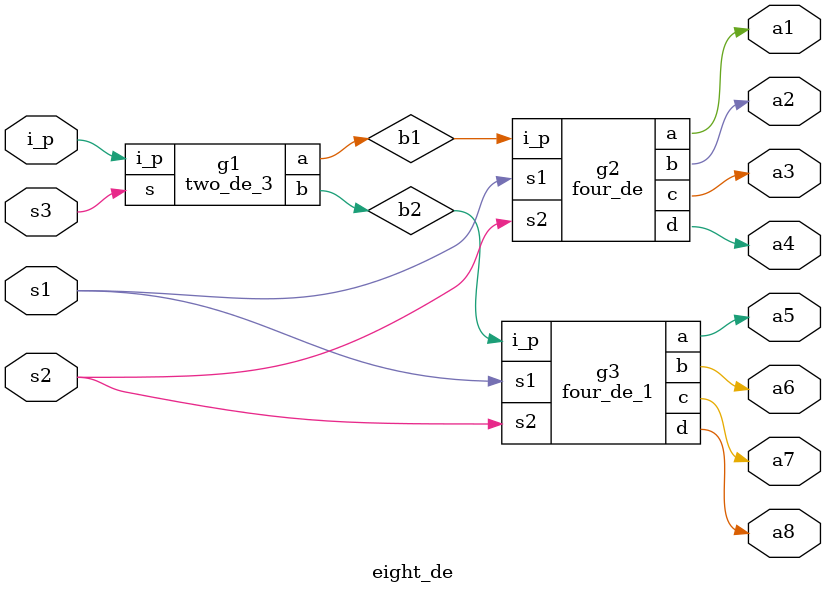
<source format=v>


// Verification Directory fv/eight_de 

module two_de_3(i_p, a, b, s);
  input i_p, s;
  output a, b;
  wire i_p, s;
  wire a, b;
  NOR2BXL g17(.AN (i_p), .B (s), .Y (a));
  AND2X1 g18(.A (s), .B (i_p), .Y (b));
endmodule

module two_de_1(i_p, a, b, s);
  input i_p, s;
  output a, b;
  wire i_p, s;
  wire a, b;
  NOR2BXL g17(.AN (i_p), .B (s), .Y (a));
  AND2XL g18(.A (s), .B (i_p), .Y (b));
endmodule

module two_de_2(i_p, a, b, s);
  input i_p, s;
  output a, b;
  wire i_p, s;
  wire a, b;
  NOR2BXL g17(.AN (i_p), .B (s), .Y (a));
  AND2XL g18(.A (s), .B (i_p), .Y (b));
endmodule

module two_de(i_p, a, b, s);
  input i_p, s;
  output a, b;
  wire i_p, s;
  wire a, b;
  NOR2BXL g17(.AN (i_p), .B (s), .Y (a));
  AND2X1 g18(.A (s), .B (i_p), .Y (b));
endmodule

module four_de(i_p, a, b, c, d, s1, s2);
  input i_p, s1, s2;
  output a, b, c, d;
  wire i_p, s1, s2;
  wire a, b, c, d;
  wire a1, a2;
  two_de_1 g1(a1, a, b, s1);
  two_de_2 g2(a2, c, d, s1);
  two_de gg(i_p, a1, a2, s2);
endmodule

module two_de_5(i_p, a, b, s);
  input i_p, s;
  output a, b;
  wire i_p, s;
  wire a, b;
  NOR2BXL g17(.AN (i_p), .B (s), .Y (a));
  AND2XL g18(.A (s), .B (i_p), .Y (b));
endmodule

module two_de_6(i_p, a, b, s);
  input i_p, s;
  output a, b;
  wire i_p, s;
  wire a, b;
  NOR2BXL g17(.AN (i_p), .B (s), .Y (a));
  AND2XL g18(.A (s), .B (i_p), .Y (b));
endmodule

module two_de_4(i_p, a, b, s);
  input i_p, s;
  output a, b;
  wire i_p, s;
  wire a, b;
  NOR2BXL g17(.AN (i_p), .B (s), .Y (a));
  AND2X1 g18(.A (s), .B (i_p), .Y (b));
endmodule

module four_de_1(i_p, a, b, c, d, s1, s2);
  input i_p, s1, s2;
  output a, b, c, d;
  wire i_p, s1, s2;
  wire a, b, c, d;
  wire a1, a2;
  two_de_5 g1(.i_p (a1), .a (a), .b (b), .s (s1));
  two_de_6 g2(.i_p (a2), .a (c), .b (d), .s (s1));
  two_de_4 gg(.i_p (i_p), .a (a1), .b (a2), .s (s2));
endmodule

module eight_de(i_p, a1, a2, a3, a4, a5, a6, a7, a8, s1, s2, s3);
  input i_p, s1, s2, s3;
  output a1, a2, a3, a4, a5, a6, a7, a8;
  wire i_p, s1, s2, s3;
  wire a1, a2, a3, a4, a5, a6, a7, a8;
  wire b1, b2;
  two_de_3 g1(i_p, b1, b2, s3);
  four_de g2(b1, a1, a2, a3, a4, s1, s2);
  four_de_1 g3(b2, a5, a6, a7, a8, s1, s2);
endmodule


</source>
